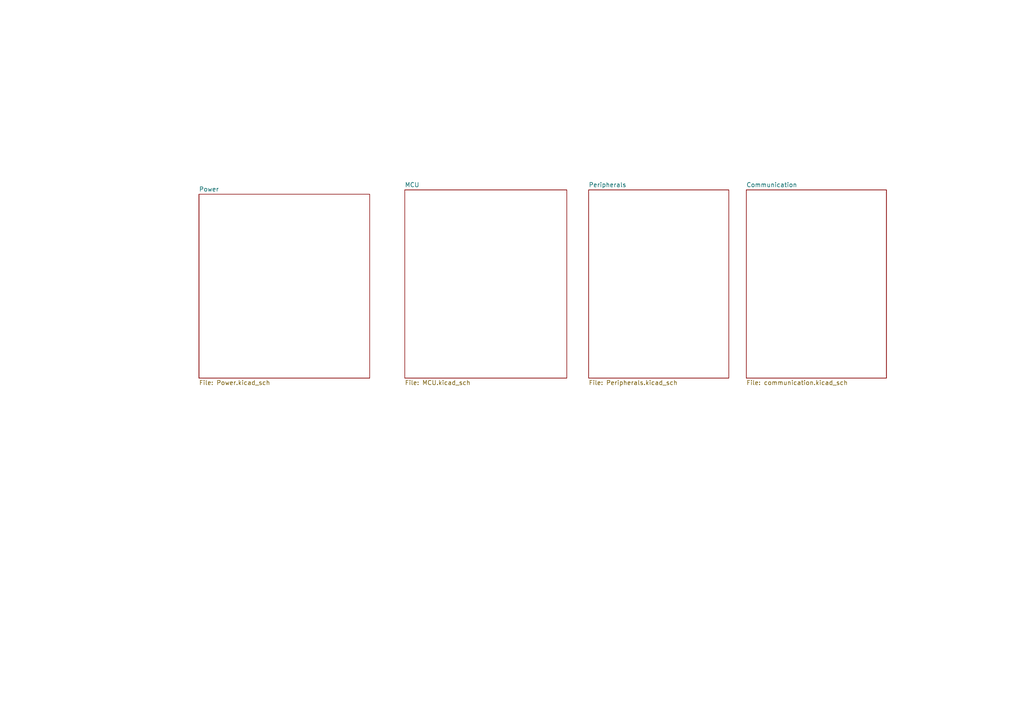
<source format=kicad_sch>
(kicad_sch (version 20230121) (generator eeschema)

  (uuid ed26ffac-5a1b-47b4-af6c-0a896f4f3a48)

  (paper "A4")

  (lib_symbols
  )


  (sheet (at 216.4588 55.0672) (size 40.64 54.61) (fields_autoplaced)
    (stroke (width 0.1524) (type solid))
    (fill (color 0 0 0 0.0000))
    (uuid 75639c68-7aee-455f-86ce-25200fb73312)
    (property "Sheetname" "Communication" (at 216.4588 54.3556 0)
      (effects (font (size 1.27 1.27)) (justify left bottom))
    )
    (property "Sheetfile" "communication.kicad_sch" (at 216.4588 110.2618 0)
      (effects (font (size 1.27 1.27)) (justify left top))
    )
    (instances
      (project "RECTIFIED CIRCUIT"
        (path "/15d8fe1c-6bc9-406f-8c82-4650b46b74f7" (page "5"))
      )
      (project "POWER  WATER CIRCUIT"
        (path "/ed26ffac-5a1b-47b4-af6c-0a896f4f3a48" (page "3"))
      )
    )
  )

  (sheet (at 57.7088 56.3372) (size 49.53 53.34) (fields_autoplaced)
    (stroke (width 0.1524) (type solid))
    (fill (color 0 0 0 0.0000))
    (uuid 7f9e1c6e-3769-492f-b405-f06b13d3c36f)
    (property "Sheetname" "Power" (at 57.7088 55.6256 0)
      (effects (font (size 1.27 1.27)) (justify left bottom))
    )
    (property "Sheetfile" "Power.kicad_sch" (at 57.7088 110.2618 0)
      (effects (font (size 1.27 1.27)) (justify left top))
    )
    (property "Field2" "" (at 57.7088 56.3372 0)
      (effects (font (size 1.27 1.27)) hide)
    )
    (instances
      (project "RECTIFIED CIRCUIT"
        (path "/15d8fe1c-6bc9-406f-8c82-4650b46b74f7" (page "2"))
      )
      (project "POWER  WATER CIRCUIT"
        (path "/ed26ffac-5a1b-47b4-af6c-0a896f4f3a48" (page "5"))
      )
    )
  )

  (sheet (at 170.7388 55.0672) (size 40.64 54.61) (fields_autoplaced)
    (stroke (width 0.1524) (type solid))
    (fill (color 0 0 0 0.0000))
    (uuid c21165f6-568f-4851-a642-af7d4e0c0ac4)
    (property "Sheetname" "Peripherals" (at 170.7388 54.3556 0)
      (effects (font (size 1.27 1.27)) (justify left bottom))
    )
    (property "Sheetfile" "Peripherals.kicad_sch" (at 170.7388 110.2618 0)
      (effects (font (size 1.27 1.27)) (justify left top))
    )
    (instances
      (project "RECTIFIED CIRCUIT"
        (path "/15d8fe1c-6bc9-406f-8c82-4650b46b74f7" (page "4"))
      )
      (project "POWER  WATER CIRCUIT"
        (path "/ed26ffac-5a1b-47b4-af6c-0a896f4f3a48" (page "2"))
      )
    )
  )

  (sheet (at 117.3988 55.0672) (size 46.99 54.61) (fields_autoplaced)
    (stroke (width 0.1524) (type solid))
    (fill (color 0 0 0 0.0000))
    (uuid e160eab0-0e68-46e4-80f2-3805f9ba29a3)
    (property "Sheetname" "MCU" (at 117.3988 54.3556 0)
      (effects (font (size 1.27 1.27)) (justify left bottom))
    )
    (property "Sheetfile" "MCU.kicad_sch" (at 117.3988 110.2618 0)
      (effects (font (size 1.27 1.27)) (justify left top))
    )
    (instances
      (project "RECTIFIED CIRCUIT"
        (path "/15d8fe1c-6bc9-406f-8c82-4650b46b74f7" (page "3"))
      )
      (project "POWER  WATER CIRCUIT"
        (path "/ed26ffac-5a1b-47b4-af6c-0a896f4f3a48" (page "4"))
      )
    )
  )

  (sheet_instances
    (path "/" (page "1"))
  )
)

</source>
